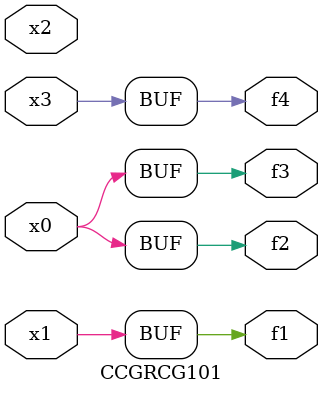
<source format=v>
module CCGRCG101(
	input x0, x1, x2, x3,
	output f1, f2, f3, f4
);
	assign f1 = x1;
	assign f2 = x0;
	assign f3 = x0;
	assign f4 = x3;
endmodule

</source>
